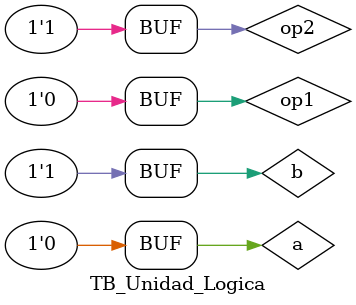
<source format=v>
`timescale 1ns / 1ps

module TB_Unidad_Logica;

	// Inputs
	reg a;
	reg b;
	reg op1;
	reg op2;

	// Outputs
	wire resultado;
	wire cout;

	// Instantiate the Unit Under Test (UUT)
	Unidad_Logica uut (
		.a(a), 
		.b(b), 
		.op1(op1), 
		.op2(op2), 
		.resultado(resultado), 
		.cout(cout)
	);

	initial begin
		// Initialize Inputs
		a = 0;
		b = 1;
		op1 = 0;
		op2 = 1;

		// Wait 100 ns for global reset to finish
		#100;
        


	end
      
endmodule

</source>
